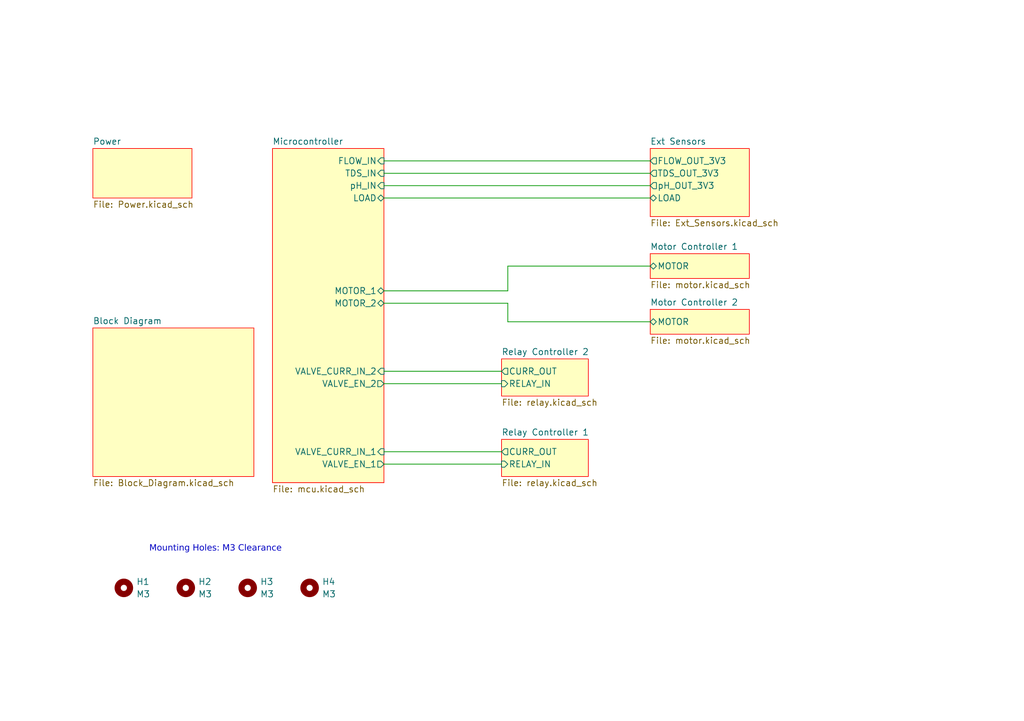
<source format=kicad_sch>
(kicad_sch (version 20231120) (generator "eeschema") (generator_version "8.0")
  (paper "A5")
  (title_block (title "${SHEETNAME}") (date "2024-11-17") (rev "1.0.0") (company "Demeter") (comment 1 "Akshat Doctor"))
  (lib_symbols
    (symbol "Mechanical:MountingHole" (pin_names (offset 1.016)) (exclude_from_sim yes) (in_bom no)
      (property "Reference" "H" (at 0 5.08 0))
      (property "Value" "MountingHole" (at 0 3.175 0))
      (symbol "MountingHole_0_1"
        (circle (center 0 0) (radius 1.27) (stroke (width 1.27)))
      )
    )
  )
  (wire (pts (xy 78.74 38.1) (xy 133.35 38.1)))
  (wire (pts (xy 78.74 33.02) (xy 133.35 33.02)))
  (wire (pts (xy 78.74 62.23) (xy 104.14 62.23)))
  (wire (pts (xy 78.74 95.25) (xy 102.87 95.25)))
  (wire (pts (xy 133.35 54.61) (xy 104.14 54.61)))
  (wire (pts (xy 78.74 92.71) (xy 102.87 92.71)))
  (wire (pts (xy 78.74 78.74) (xy 102.87 78.74)))
  (wire (pts (xy 104.14 62.23) (xy 104.14 66.04)))
  (wire (pts (xy 104.14 54.61) (xy 104.14 59.69)))
  (wire (pts (xy 78.74 35.56) (xy 133.35 35.56)))
  (wire (pts (xy 78.74 40.64) (xy 133.35 40.64)))
  (wire (pts (xy 78.74 76.2) (xy 102.87 76.2)))
  (wire (pts (xy 104.14 66.04) (xy 133.35 66.04)))
  (wire (pts (xy 104.14 59.69) (xy 78.74 59.69)))
  (text "Mounting Holes: M3 Clearance" (at 44.196 113.03 0) (effects (font (size 1.27 1.27))))
  (symbol (lib_id "Mechanical:MountingHole") (at 25.4 120.65 0) (unit 1) (exclude_from_sim yes) (in_bom no)
    (property "Reference" "H1" (at 27.94 119.3799 0) (effects (justify left)))
    (property "Value" "M3" (at 27.94 121.9199 0) (effects (justify left)))
    (property "Footprint" "MountingHole:MountingHole_3.2mm_M3" (effects (hide yes)))
    (property "Description" "Mounting Hole without connection" (effects (hide yes)))
  )
  (symbol (lib_id "Mechanical:MountingHole") (at 38.1 120.65 0) (unit 1) (exclude_from_sim yes) (in_bom no)
    (property "Reference" "H2" (at 40.64 119.3799 0) (effects (justify left)))
    (property "Value" "M3" (at 40.64 121.9199 0) (effects (justify left)))
    (property "Footprint" "MountingHole:MountingHole_3.2mm_M3" (effects (hide yes)))
    (property "Description" "Mounting Hole without connection" (effects (hide yes)))
  )
  (symbol (lib_id "Mechanical:MountingHole") (at 63.5 120.65 0) (unit 1) (exclude_from_sim yes) (in_bom no)
    (property "Reference" "H4" (at 66.04 119.3799 0) (effects (justify left)))
    (property "Value" "M3" (at 66.04 121.9199 0) (effects (justify left)))
    (property "Footprint" "MountingHole:MountingHole_3.2mm_M3" (effects (hide yes)))
    (property "Description" "Mounting Hole without connection" (effects (hide yes)))
  )
  (symbol (lib_id "Mechanical:MountingHole") (at 50.8 120.65 0) (unit 1) (exclude_from_sim yes) (in_bom no)
    (property "Reference" "H3" (at 53.34 119.3799 0) (effects (justify left)))
    (property "Value" "M3" (at 53.34 121.9199 0) (effects (justify left)))
    (property "Footprint" "MountingHole:MountingHole_3.2mm_M3" (effects (hide yes)))
    (property "Description" "Mounting Hole without connection" (effects (hide yes)))
  )
  (sheet (at 102.87 73.66) (size 17.78 7.62) (stroke (width 0.1524) (color 255 0 0 1)) (fill (color 255 255 194 1.0000))
    (property "Sheetname" "Relay Controller 2" (at 102.87 72.9484 0) (effects (justify left bottom)))
    (property "Sheetfile" "relay.kicad_sch" (at 102.87 81.8646 0) (effects (justify left top)))
    (pin "CURR_OUT" output (at 102.87 76.2 180))
    (pin "RELAY_IN" input (at 102.87 78.74 180))
  )
  (sheet (at 133.35 30.48) (size 20.32 13.97) (stroke (width 0.1524) (color 255 0 0 1)) (fill (color 255 255 194 1.0000))
    (property "Sheetname" "Ext Sensors" (at 133.35 29.7684 0) (effects (justify left bottom)))
    (property "Sheetfile" "Ext_Sensors.kicad_sch" (at 133.35 45.0346 0) (effects (justify left top)))
    (pin "FLOW_OUT_3V3" output (at 133.35 33.02 180))
    (pin "TDS_OUT_3V3" output (at 133.35 35.56 180))
    (pin "pH_OUT_3V3" output (at 133.35 38.1 180))
    (pin "LOAD" bidirectional (at 133.35 40.64 180))
  )
  (sheet (at 19.05 67.31) (size 33.02 30.48) (stroke (width 0.1524) (color 255 0 0 1)) (fill (color 255 255 194 1.0000))
    (property "Sheetname" "Block Diagram" (at 19.05 66.5984 0) (effects (justify left bottom)))
    (property "Sheetfile" "Block_Diagram.kicad_sch" (at 19.05 98.3746 0) (effects (justify left top)))
  )
  (sheet (at 102.87 90.17) (size 17.78 7.62) (stroke (width 0.1524) (color 255 0 0 1)) (fill (color 255 255 194 1.0000))
    (property "Sheetname" "Relay Controller 1" (at 102.87 89.4584 0) (effects (justify left bottom)))
    (property "Sheetfile" "relay.kicad_sch" (at 102.87 98.3746 0) (effects (justify left top)))
    (pin "CURR_OUT" output (at 102.87 92.71 180))
    (pin "RELAY_IN" input (at 102.87 95.25 180))
  )
  (sheet (at 133.35 63.5) (size 20.32 5.08) (stroke (width 0.1524) (color 255 0 0 1)) (fill (color 255 255 194 1.0000))
    (property "Sheetname" "Motor Controller 2" (at 133.35 62.7884 0) (effects (justify left bottom)))
    (property "Sheetfile" "motor.kicad_sch" (at 133.35 69.1646 0) (effects (justify left top)))
    (pin "MOTOR" bidirectional (at 133.35 66.04 180))
  )
  (sheet (at 133.35 52.07) (size 20.32 5.08) (stroke (width 0.1524) (color 255 0 0 1)) (fill (color 255 255 194 1.0000))
    (property "Sheetname" "Motor Controller 1" (at 133.35 51.3584 0) (effects (justify left bottom)))
    (property "Sheetfile" "motor.kicad_sch" (at 133.35 57.7346 0) (effects (justify left top)))
    (pin "MOTOR" bidirectional (at 133.35 54.61 180))
  )
  (sheet (at 19.05 30.48) (size 20.32 10.16) (stroke (width 0.1524) (color 255 0 0 1)) (fill (color 255 255 194 1.0000))
    (property "Sheetname" "Power" (at 19.05 29.7684 0) (effects (justify left bottom)))
    (property "Sheetfile" "Power.kicad_sch" (at 19.05 41.2246 0) (effects (justify left top)))
  )
  (sheet (at 55.88 30.48) (size 22.86 68.58) (stroke (width 0.1524) (color 255 0 0 1)) (fill (color 255 255 194 1.0000))
    (property "Sheetname" "Microcontroller" (at 55.88 29.7684 0) (effects (justify left bottom)))
    (property "Sheetfile" "mcu.kicad_sch" (at 55.88 99.6446 0) (effects (justify left top)))
    (pin "FLOW_IN" input (at 78.74 33.02 0))
    (pin "TDS_IN" input (at 78.74 35.56 0))
    (pin "pH_IN" input (at 78.74 38.1 0))
    (pin "LOAD" bidirectional (at 78.74 40.64 0))
    (pin "VALVE_EN_2" output (at 78.74 78.74 0))
    (pin "VALVE_CURR_IN_1" input (at 78.74 92.71 0))
    (pin "VALVE_CURR_IN_2" input (at 78.74 76.2 0))
    (pin "VALVE_EN_1" output (at 78.74 95.25 0))
    (pin "MOTOR_1" bidirectional (at 78.74 59.69 0))
    (pin "MOTOR_2" bidirectional (at 78.74 62.23 0))
  )
)
</source>
